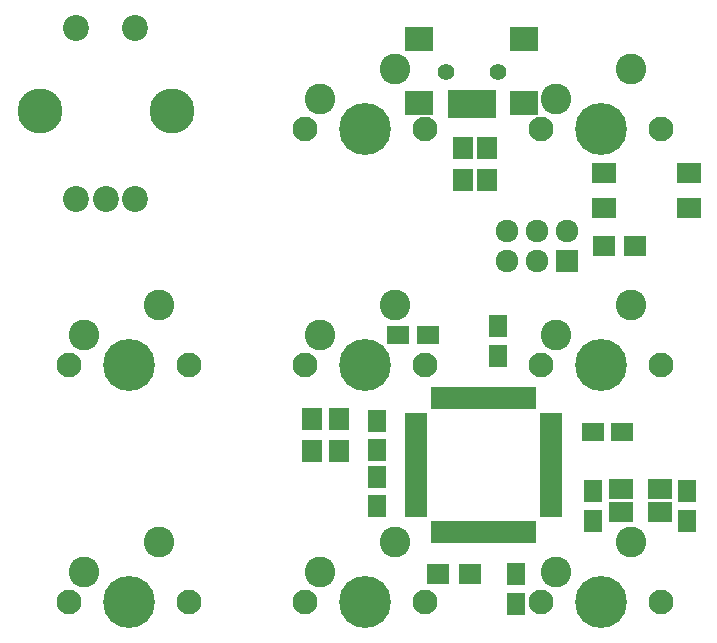
<source format=gbr>
G04 #@! TF.FileFunction,Soldermask,Bot*
%FSLAX46Y46*%
G04 Gerber Fmt 4.6, Leading zero omitted, Abs format (unit mm)*
G04 Created by KiCad (PCBNEW 4.0.7) date Thursday, April 11, 2019 'PMt' 06:08:24 PM*
%MOMM*%
%LPD*%
G01*
G04 APERTURE LIST*
%ADD10C,0.100000*%
%ADD11R,1.900000X1.650000*%
%ADD12R,1.650000X1.900000*%
%ADD13R,0.900000X2.400000*%
%ADD14R,2.400000X2.100000*%
%ADD15C,1.400000*%
%ADD16R,1.700000X1.900000*%
%ADD17R,1.900000X1.700000*%
%ADD18C,2.600000*%
%ADD19C,4.400000*%
%ADD20C,2.100000*%
%ADD21R,2.000000X1.800000*%
%ADD22R,0.950000X1.900000*%
%ADD23R,1.900000X0.950000*%
%ADD24R,2.000000X1.700000*%
%ADD25C,2.200000*%
%ADD26C,3.800000*%
%ADD27R,1.924000X1.924000*%
%ADD28C,1.924000*%
G04 APERTURE END LIST*
D10*
D11*
X136250000Y-95000000D03*
X138750000Y-95000000D03*
D12*
X134500000Y-102250000D03*
X134500000Y-104750000D03*
X146250000Y-115250000D03*
X146250000Y-117750000D03*
X134500000Y-109500000D03*
X134500000Y-107000000D03*
D11*
X152750000Y-103250000D03*
X155250000Y-103250000D03*
D12*
X144750000Y-96750000D03*
X144750000Y-94250000D03*
X152750000Y-108250000D03*
X152750000Y-110750000D03*
X160750000Y-108250000D03*
X160750000Y-110750000D03*
D13*
X140900000Y-75450000D03*
X141700000Y-75450000D03*
X142500000Y-75450000D03*
X143300000Y-75450000D03*
X144100000Y-75450000D03*
D14*
X138050000Y-75350000D03*
X138050000Y-69900000D03*
X146950000Y-75350000D03*
X146950000Y-69900000D03*
D15*
X140300000Y-72750000D03*
X144700000Y-72750000D03*
D16*
X143750000Y-81850000D03*
X143750000Y-79150000D03*
X141750000Y-81850000D03*
X141750000Y-79150000D03*
D17*
X153650000Y-87500000D03*
X156350000Y-87500000D03*
X139650000Y-115250000D03*
X142350000Y-115250000D03*
D18*
X136000000Y-72500000D03*
X129650000Y-75040000D03*
D19*
X133460000Y-77580000D03*
D20*
X128380000Y-77580000D03*
X138540000Y-77580000D03*
D18*
X156000000Y-72500000D03*
X149650000Y-75040000D03*
D19*
X153460000Y-77580000D03*
D20*
X148380000Y-77580000D03*
X158540000Y-77580000D03*
D18*
X116000000Y-92500000D03*
X109650000Y-95040000D03*
D19*
X113460000Y-97580000D03*
D20*
X108380000Y-97580000D03*
X118540000Y-97580000D03*
D18*
X136000000Y-92500000D03*
X129650000Y-95040000D03*
D19*
X133460000Y-97580000D03*
D20*
X128380000Y-97580000D03*
X138540000Y-97580000D03*
D18*
X156000000Y-92500000D03*
X149650000Y-95040000D03*
D19*
X153460000Y-97580000D03*
D20*
X148380000Y-97580000D03*
X158540000Y-97580000D03*
D18*
X116000000Y-112500000D03*
X109650000Y-115040000D03*
D19*
X113460000Y-117580000D03*
D20*
X108380000Y-117580000D03*
X118540000Y-117580000D03*
D18*
X136000000Y-112500000D03*
X129650000Y-115040000D03*
D19*
X133460000Y-117580000D03*
D20*
X128380000Y-117580000D03*
X138540000Y-117580000D03*
D18*
X156000000Y-112500000D03*
X149650000Y-115040000D03*
D19*
X153460000Y-117580000D03*
D20*
X148380000Y-117580000D03*
X158540000Y-117580000D03*
D21*
X153650000Y-81250000D03*
X160850000Y-81250000D03*
X153650000Y-84250000D03*
X160850000Y-84250000D03*
D22*
X139500000Y-100300000D03*
X140300000Y-100300000D03*
X141100000Y-100300000D03*
X141900000Y-100300000D03*
X142700000Y-100300000D03*
X143500000Y-100300000D03*
X144300000Y-100300000D03*
X145100000Y-100300000D03*
X145900000Y-100300000D03*
X146700000Y-100300000D03*
X147500000Y-100300000D03*
D23*
X149200000Y-102000000D03*
X149200000Y-102800000D03*
X149200000Y-103600000D03*
X149200000Y-104400000D03*
X149200000Y-105200000D03*
X149200000Y-106000000D03*
X149200000Y-106800000D03*
X149200000Y-107600000D03*
X149200000Y-108400000D03*
X149200000Y-109200000D03*
X149200000Y-110000000D03*
D22*
X147500000Y-111700000D03*
X146700000Y-111700000D03*
X145900000Y-111700000D03*
X145100000Y-111700000D03*
X144300000Y-111700000D03*
X143500000Y-111700000D03*
X142700000Y-111700000D03*
X141900000Y-111700000D03*
X141100000Y-111700000D03*
X140300000Y-111700000D03*
X139500000Y-111700000D03*
D23*
X137800000Y-110000000D03*
X137800000Y-109200000D03*
X137800000Y-108400000D03*
X137800000Y-107600000D03*
X137800000Y-106800000D03*
X137800000Y-106000000D03*
X137800000Y-105200000D03*
X137800000Y-104400000D03*
X137800000Y-103600000D03*
X137800000Y-102800000D03*
X137800000Y-102000000D03*
D24*
X155100000Y-108000000D03*
X158400000Y-108000000D03*
X158400000Y-110000000D03*
X155100000Y-110000000D03*
D16*
X129000000Y-102150000D03*
X129000000Y-104850000D03*
X131250000Y-102150000D03*
X131250000Y-104850000D03*
D25*
X109000000Y-69000000D03*
X109000000Y-83500000D03*
X111500000Y-83500000D03*
X114000000Y-83500000D03*
X114000000Y-69000000D03*
D26*
X117100000Y-76000000D03*
X105900000Y-76000000D03*
D27*
X150540000Y-88770000D03*
D28*
X150540000Y-86230000D03*
X148000000Y-88770000D03*
X148000000Y-86230000D03*
X145460000Y-88770000D03*
X145460000Y-86230000D03*
M02*

</source>
